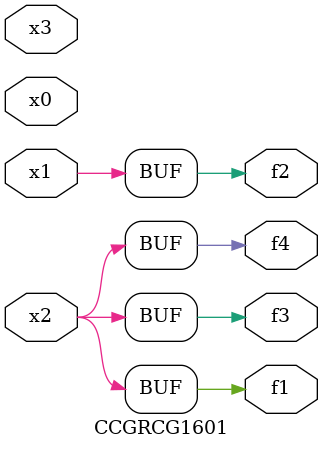
<source format=v>
module CCGRCG1601(
	input x0, x1, x2, x3,
	output f1, f2, f3, f4
);
	assign f1 = x2;
	assign f2 = x1;
	assign f3 = x2;
	assign f4 = x2;
endmodule

</source>
